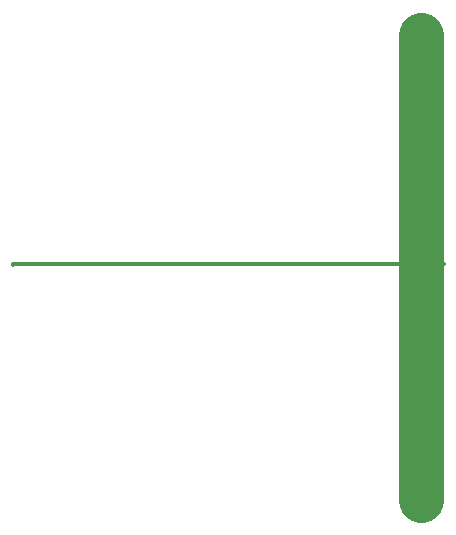
<source format=gbo>
G75*
G70*
%OFA0B0*%
%FSLAX24Y24*%
%IPPOS*%
%LPD*%
%AMOC8*
5,1,8,0,0,1.08239X$1,22.5*
%
%ADD10C,0.0120*%
%ADD11C,0.1500*%
D10*
X000350Y008661D02*
X000351Y008671D01*
X000355Y008681D01*
X000361Y008689D01*
X000370Y008695D01*
X000379Y008699D01*
X000389Y008700D01*
X014720Y008700D01*
D11*
X013976Y016350D02*
X013976Y000850D01*
M02*

</source>
